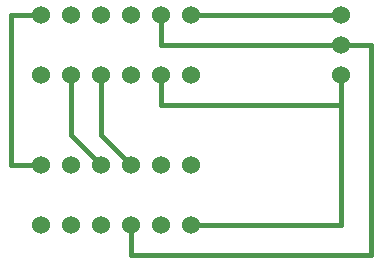
<source format=gbr>
G04 EasyPC Gerber Version 21.0.3 Build 4286 *
G04 #@! TF.Part,Single*
G04 #@! TF.FileFunction,Copper,L1,Bot *
G04 #@! TF.FilePolarity,Positive *
%FSLAX35Y35*%
%MOIN*%
%ADD11C,0.01500*%
G04 #@! TA.AperFunction,WasherPad*
%ADD10C,0.06000*%
X0Y0D02*
D02*
D10*
X50250Y80250D03*
Y100250D03*
Y130250D03*
Y150250D03*
X60250Y80250D03*
Y100250D03*
Y130250D03*
Y150250D03*
X70250Y80250D03*
Y100250D03*
Y130250D03*
Y150250D03*
X80250Y80250D03*
Y100250D03*
Y130250D03*
Y150250D03*
X90250Y80250D03*
Y100250D03*
Y130250D03*
Y150250D03*
X100250Y80250D03*
Y100250D03*
Y130250D03*
Y150250D03*
X150250Y130250D03*
Y140250D03*
Y150250D03*
D02*
D11*
X50250D02*
X40250D01*
Y100250*
X50250*
X60250Y130250D02*
Y110250D01*
X70250Y100250*
Y130250D02*
Y110250D01*
X80250Y100250*
X90250Y130250D02*
Y120250D01*
X150250*
Y130250*
X90250Y150250D02*
Y140250D01*
X150250*
X100250Y80250D02*
X150250D01*
Y130250*
X100250Y150250D02*
X150250D01*
Y140250D02*
X160250D01*
Y70250*
X80250*
Y80250*
X0Y0D02*
M02*

</source>
